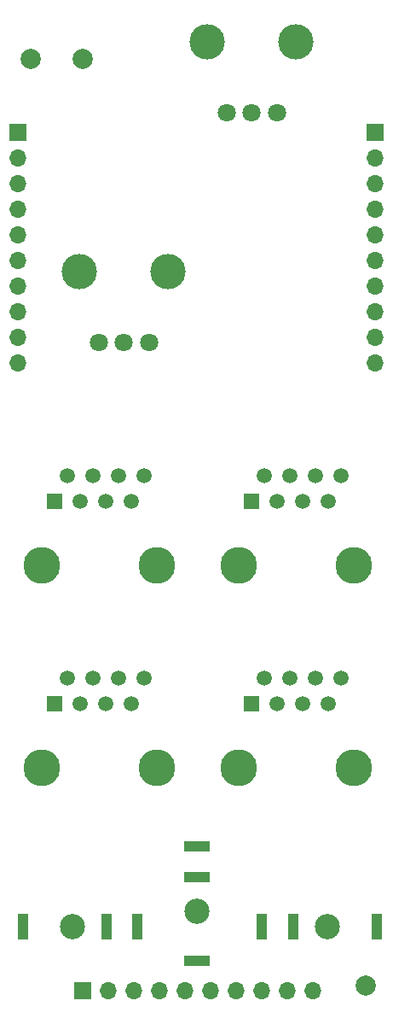
<source format=gbr>
%TF.GenerationSoftware,KiCad,Pcbnew,7.0.6*%
%TF.CreationDate,2023-07-26T19:08:01+01:00*%
%TF.ProjectId,Hypersoniq_Controls,48797065-7273-46f6-9e69-715f436f6e74,rev?*%
%TF.SameCoordinates,Original*%
%TF.FileFunction,Soldermask,Bot*%
%TF.FilePolarity,Negative*%
%FSLAX46Y46*%
G04 Gerber Fmt 4.6, Leading zero omitted, Abs format (unit mm)*
G04 Created by KiCad (PCBNEW 7.0.6) date 2023-07-26 19:08:01*
%MOMM*%
%LPD*%
G01*
G04 APERTURE LIST*
%ADD10C,2.000000*%
%ADD11C,2.500000*%
%ADD12R,2.500000X1.000000*%
%ADD13C,3.500000*%
%ADD14C,1.800000*%
%ADD15R,1.000000X2.500000*%
%ADD16C,3.650000*%
%ADD17R,1.500000X1.500000*%
%ADD18C,1.500000*%
%ADD19R,1.700000X1.700000*%
%ADD20O,1.700000X1.700000*%
G04 APERTURE END LIST*
D10*
%TO.C,TP3*%
X58800000Y-55500000D03*
%TD*%
D11*
%TO.C,J11*%
X70200000Y-140000000D03*
D12*
X70200000Y-133520000D03*
X70200000Y-136620000D03*
X70200000Y-144920000D03*
%TD*%
D13*
%TO.C,Q_CTRL1*%
X58500000Y-76600000D03*
X67300000Y-76600000D03*
D14*
X65400000Y-83600000D03*
X62900000Y-83600000D03*
X60400000Y-83600000D03*
%TD*%
D10*
%TO.C,TP4*%
X86900000Y-147400000D03*
%TD*%
D11*
%TO.C,J12*%
X83100000Y-141500000D03*
D15*
X76620000Y-141500000D03*
X79720000Y-141500000D03*
X88020000Y-141500000D03*
%TD*%
D11*
%TO.C,J6*%
X57800000Y-141500000D03*
D15*
X64280000Y-141500000D03*
X61180000Y-141500000D03*
X52880000Y-141500000D03*
%TD*%
D16*
%TO.C,J4*%
X54730000Y-105700000D03*
X66160000Y-105700000D03*
D17*
X56000000Y-99350000D03*
D18*
X57270000Y-96810000D03*
X58540000Y-99350000D03*
X59810000Y-96810000D03*
X61080000Y-99350000D03*
X62350000Y-96810000D03*
X63620000Y-99350000D03*
X64890000Y-96810000D03*
%TD*%
D10*
%TO.C,TP1*%
X53700000Y-55470000D03*
%TD*%
D16*
%TO.C,J5*%
X54730000Y-125800000D03*
X66160000Y-125800000D03*
D17*
X56000000Y-119450000D03*
D18*
X57270000Y-116910000D03*
X58540000Y-119450000D03*
X59810000Y-116910000D03*
X61080000Y-119450000D03*
X62350000Y-116910000D03*
X63620000Y-119450000D03*
X64890000Y-116910000D03*
%TD*%
D16*
%TO.C,J8*%
X74330000Y-125800000D03*
X85760000Y-125800000D03*
D17*
X75600000Y-119450000D03*
D18*
X76870000Y-116910000D03*
X78140000Y-119450000D03*
X79410000Y-116910000D03*
X80680000Y-119450000D03*
X81950000Y-116910000D03*
X83220000Y-119450000D03*
X84490000Y-116910000D03*
%TD*%
D16*
%TO.C,J7*%
X74330000Y-105700000D03*
X85760000Y-105700000D03*
D17*
X75600000Y-99350000D03*
D18*
X76870000Y-96810000D03*
X78140000Y-99350000D03*
X79410000Y-96810000D03*
X80680000Y-99350000D03*
X81950000Y-96810000D03*
X83220000Y-99350000D03*
X84490000Y-96810000D03*
%TD*%
D13*
%TO.C,FREQ_POT1*%
X71200000Y-53800000D03*
X80000000Y-53800000D03*
D14*
X78100000Y-60800000D03*
X75600000Y-60800000D03*
X73100000Y-60800000D03*
%TD*%
D19*
%TO.C,J3*%
X58800000Y-147900000D03*
D20*
X61340000Y-147900000D03*
X63880000Y-147900000D03*
X66420000Y-147900000D03*
X68960000Y-147900000D03*
X71500000Y-147900000D03*
X74040000Y-147900000D03*
X76580000Y-147900000D03*
X79120000Y-147900000D03*
X81660000Y-147900000D03*
%TD*%
D19*
%TO.C,J1*%
X87900000Y-62800000D03*
D20*
X87900000Y-65340000D03*
X87900000Y-67880000D03*
X87900000Y-70420000D03*
X87900000Y-72960000D03*
X87900000Y-75500000D03*
X87900000Y-78040000D03*
X87900000Y-80580000D03*
X87900000Y-83120000D03*
X87900000Y-85660000D03*
%TD*%
D19*
%TO.C,J2*%
X52400000Y-62800000D03*
D20*
X52400000Y-65340000D03*
X52400000Y-67880000D03*
X52400000Y-70420000D03*
X52400000Y-72960000D03*
X52400000Y-75500000D03*
X52400000Y-78040000D03*
X52400000Y-80580000D03*
X52400000Y-83120000D03*
X52400000Y-85660000D03*
%TD*%
M02*

</source>
